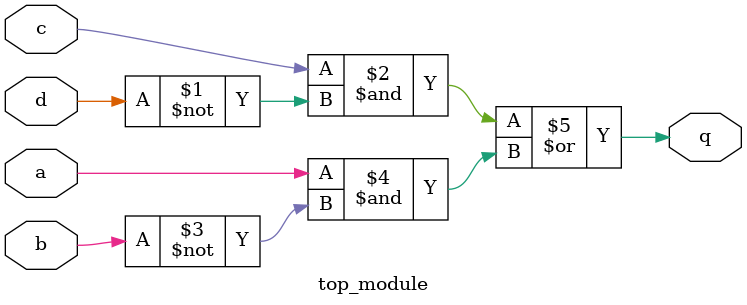
<source format=sv>
module top_module (
    input wire a,
    input wire b,
    input wire c,
    input wire d,
    output wire q
 );

    assign q = (c & ~d) | (a & ~b);
    
endmodule

</source>
